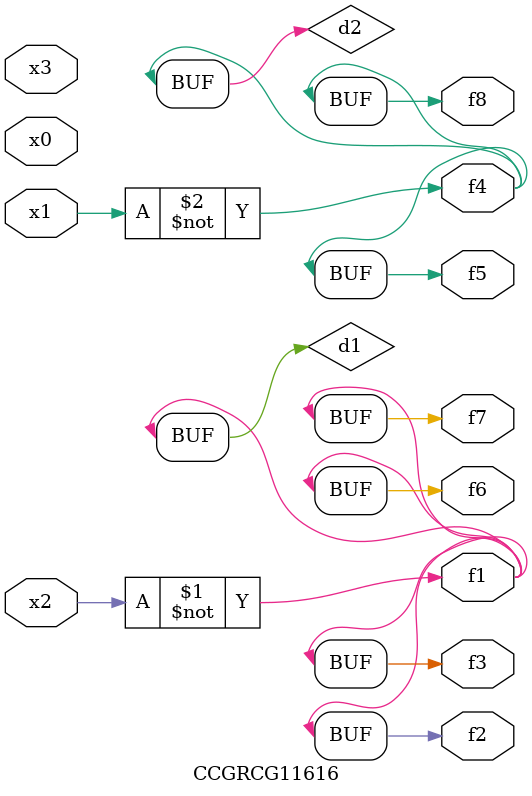
<source format=v>
module CCGRCG11616(
	input x0, x1, x2, x3,
	output f1, f2, f3, f4, f5, f6, f7, f8
);

	wire d1, d2;

	xnor (d1, x2);
	not (d2, x1);
	assign f1 = d1;
	assign f2 = d1;
	assign f3 = d1;
	assign f4 = d2;
	assign f5 = d2;
	assign f6 = d1;
	assign f7 = d1;
	assign f8 = d2;
endmodule

</source>
